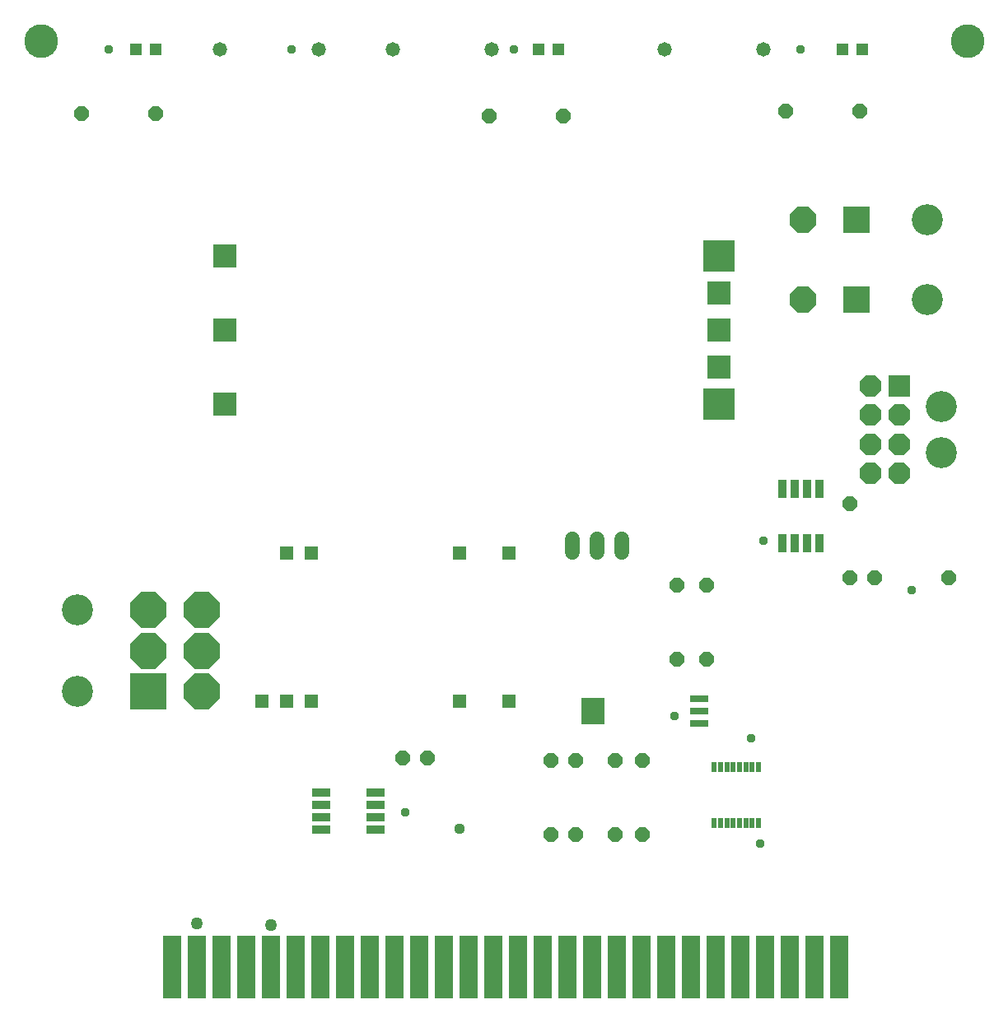
<source format=gts>
G75*
%MOIN*%
%OFA0B0*%
%FSLAX25Y25*%
%IPPOS*%
%LPD*%
%AMOC8*
5,1,8,0,0,1.08239X$1,22.5*
%
%ADD10C,0.13650*%
%ADD11R,0.07300X0.25800*%
%ADD12OC8,0.14580*%
%ADD13R,0.14580X0.14580*%
%ADD14C,0.12611*%
%ADD15R,0.09800X0.09800*%
%ADD16R,0.12800X0.12800*%
%ADD17R,0.05131X0.05131*%
%ADD18OC8,0.06000*%
%ADD19C,0.05800*%
%ADD20R,0.05800X0.05800*%
%ADD21R,0.03359X0.07690*%
%ADD22R,0.07690X0.03359*%
%ADD23R,0.07808X0.02808*%
%ADD24R,0.09816X0.10800*%
%ADD25R,0.02178X0.04343*%
%ADD26OC8,0.10800*%
%ADD27R,0.10800X0.10800*%
%ADD28OC8,0.08800*%
%ADD29R,0.08800X0.08800*%
%ADD30C,0.06000*%
%ADD31C,0.03778*%
%ADD32C,0.04959*%
%ADD33C,0.04369*%
D10*
X0013800Y0392500D03*
X0388800Y0392500D03*
D11*
X0067050Y0017500D03*
X0077050Y0017500D03*
X0087050Y0017500D03*
X0097050Y0017500D03*
X0107050Y0017500D03*
X0117050Y0017500D03*
X0127050Y0017500D03*
X0137050Y0017500D03*
X0147050Y0017500D03*
X0157050Y0017500D03*
X0167050Y0017500D03*
X0177050Y0017500D03*
X0187050Y0017500D03*
X0197050Y0017500D03*
X0207050Y0017500D03*
X0217050Y0017500D03*
X0227050Y0017500D03*
X0237050Y0017500D03*
X0247050Y0017500D03*
X0257050Y0017500D03*
X0267050Y0017500D03*
X0277050Y0017500D03*
X0287050Y0017500D03*
X0297050Y0017500D03*
X0307050Y0017500D03*
X0317050Y0017500D03*
X0327050Y0017500D03*
X0337050Y0017500D03*
D12*
X0079000Y0129002D03*
X0079000Y0145502D03*
X0079000Y0162002D03*
X0057300Y0162002D03*
X0057300Y0145502D03*
D13*
X0057300Y0129002D03*
D14*
X0028560Y0129002D03*
X0028560Y0162002D03*
X0372540Y0287600D03*
X0372740Y0320100D03*
X0378308Y0244252D03*
X0378308Y0225748D03*
D15*
X0288300Y0260500D03*
X0288300Y0275500D03*
X0288300Y0290500D03*
X0088300Y0275500D03*
X0088300Y0245500D03*
X0088300Y0305500D03*
D16*
X0288300Y0305500D03*
X0288300Y0245500D03*
D17*
X0338363Y0389000D03*
X0346237Y0389000D03*
X0223237Y0389000D03*
X0215363Y0389000D03*
X0060237Y0389000D03*
X0052363Y0389000D03*
D18*
X0060300Y0363000D03*
X0030300Y0363000D03*
X0195300Y0362000D03*
X0225300Y0362000D03*
X0315300Y0364000D03*
X0345300Y0364000D03*
X0341300Y0205000D03*
X0341300Y0175000D03*
X0351300Y0175000D03*
X0381300Y0175000D03*
X0283300Y0172000D03*
X0271300Y0172000D03*
X0271300Y0142000D03*
X0283300Y0142000D03*
X0257300Y0101000D03*
X0246300Y0101000D03*
X0230300Y0101000D03*
X0220300Y0101000D03*
X0220300Y0071000D03*
X0230300Y0071000D03*
X0246300Y0071000D03*
X0257300Y0071000D03*
X0170300Y0102000D03*
X0160300Y0102000D03*
D19*
X0156300Y0389000D03*
X0126300Y0389000D03*
X0086300Y0389000D03*
X0196300Y0389000D03*
X0266300Y0389000D03*
X0306300Y0389000D03*
D20*
X0203300Y0185000D03*
X0183300Y0185000D03*
X0183300Y0125000D03*
X0203300Y0125000D03*
X0123300Y0125000D03*
X0113300Y0125000D03*
X0103300Y0125000D03*
X0113300Y0185000D03*
X0123300Y0185000D03*
D21*
X0314000Y0189053D03*
X0319000Y0189053D03*
X0324000Y0189053D03*
X0329000Y0189053D03*
X0329000Y0211100D03*
X0324000Y0211100D03*
X0319000Y0211100D03*
X0314000Y0211100D03*
D22*
X0149347Y0088000D03*
X0149347Y0083000D03*
X0149347Y0078000D03*
X0149347Y0073000D03*
X0127300Y0073000D03*
X0127300Y0078000D03*
X0127300Y0083000D03*
X0127300Y0088000D03*
D23*
X0280300Y0116000D03*
X0280300Y0121000D03*
X0280300Y0126000D03*
D24*
X0237288Y0121000D03*
D25*
X0286343Y0098319D03*
X0288902Y0098319D03*
X0291461Y0098319D03*
X0294020Y0098319D03*
X0296580Y0098319D03*
X0299139Y0098319D03*
X0301698Y0098319D03*
X0304257Y0098319D03*
X0304257Y0075681D03*
X0301698Y0075681D03*
X0299139Y0075681D03*
X0296580Y0075681D03*
X0294020Y0075681D03*
X0291461Y0075681D03*
X0288902Y0075681D03*
X0286343Y0075681D03*
D26*
X0322100Y0287600D03*
X0322300Y0320100D03*
D27*
X0344000Y0320100D03*
X0343800Y0287600D03*
D28*
X0349489Y0252717D03*
X0349489Y0240906D03*
X0361300Y0240906D03*
X0361300Y0229094D03*
X0361300Y0217283D03*
X0349489Y0217283D03*
X0349489Y0229094D03*
D29*
X0361300Y0252717D03*
D30*
X0249000Y0190700D02*
X0249000Y0185500D01*
X0239000Y0185500D02*
X0239000Y0190700D01*
X0229000Y0190700D02*
X0229000Y0185500D01*
D31*
X0270300Y0119000D03*
X0301300Y0110000D03*
X0304800Y0067500D03*
X0366300Y0170000D03*
X0306300Y0190000D03*
X0161300Y0080000D03*
X0205300Y0389000D03*
X0115300Y0389000D03*
X0041300Y0389000D03*
X0321300Y0389000D03*
D32*
X0106800Y0034300D03*
X0076900Y0034900D03*
D33*
X0183300Y0073300D03*
M02*

</source>
